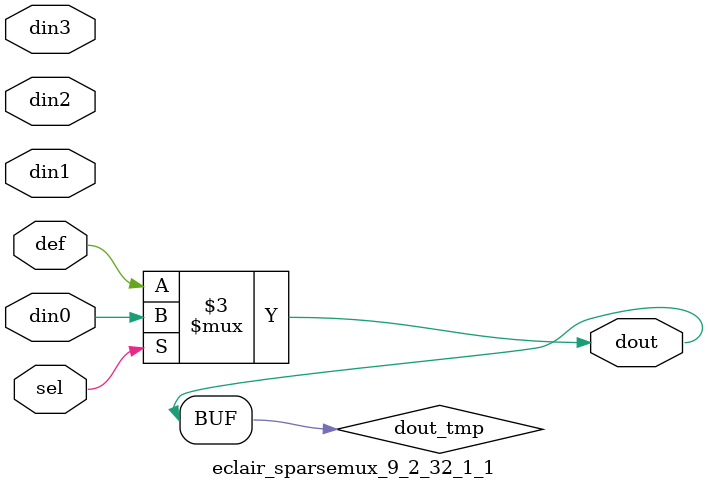
<source format=v>
`timescale 1ns / 1ps

module eclair_sparsemux_9_2_32_1_1 (din0,din1,din2,din3,def,sel,dout);

parameter din0_WIDTH = 1;

parameter din1_WIDTH = 1;

parameter din2_WIDTH = 1;

parameter din3_WIDTH = 1;

parameter def_WIDTH = 1;
parameter sel_WIDTH = 1;
parameter dout_WIDTH = 1;

parameter [sel_WIDTH-1:0] CASE0 = 1;

parameter [sel_WIDTH-1:0] CASE1 = 1;

parameter [sel_WIDTH-1:0] CASE2 = 1;

parameter [sel_WIDTH-1:0] CASE3 = 1;

parameter ID = 1;
parameter NUM_STAGE = 1;



input [din0_WIDTH-1:0] din0;

input [din1_WIDTH-1:0] din1;

input [din2_WIDTH-1:0] din2;

input [din3_WIDTH-1:0] din3;

input [def_WIDTH-1:0] def;
input [sel_WIDTH-1:0] sel;

output [dout_WIDTH-1:0] dout;



reg [dout_WIDTH-1:0] dout_tmp;


always @ (*) begin
(* parallel_case *) case (sel)
    
    CASE0 : dout_tmp = din0;
    
    CASE1 : dout_tmp = din1;
    
    CASE2 : dout_tmp = din2;
    
    CASE3 : dout_tmp = din3;
    
    default : dout_tmp = def;
endcase
end


assign dout = dout_tmp;



endmodule

</source>
